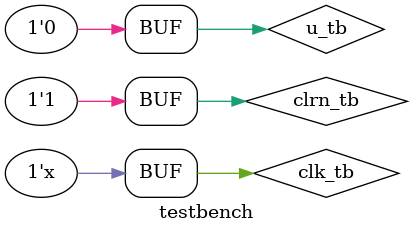
<source format=v>
`timescale 1ns / 1ps

module testbench();
    wire [2:0]ns_tb;
    reg clrn_tb;
    reg clk_tb;
    wire [2:0]q_tb;
    reg u_tb;
    wire a_tb;
    wire b_tb;
    wire c_tb;
    wire d_tb;
    wire e_tb;
    wire f_tb;
    wire g_tb;

    dff3 dff3_tb(ns_tb, clrn_tb, clk_tb, q_tb);
    counter counter_tb(q_tb, u_tb, a_tb, b_tb, c_tb, d_tb, e_tb, f_tb, g_tb, ns_tb);
    initial begin
        clk_tb = 1;
        clrn_tb = 0;
        u_tb = 1;
        #1;
        clrn_tb = 1;
        #16;
        u_tb = 0;
    end
    always begin
        #1;
        clk_tb = ~clk_tb;
    end


endmodule

</source>
